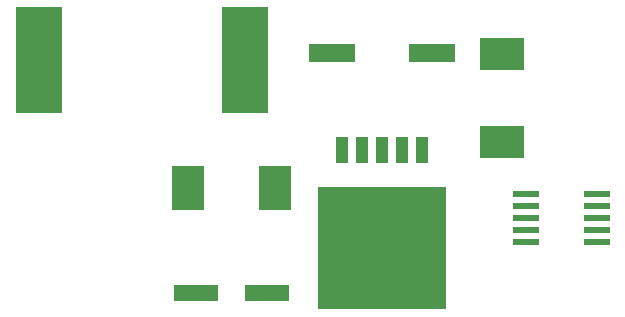
<source format=gtp>
G75*
%MOIN*%
%OFA0B0*%
%FSLAX24Y24*%
%IPPOS*%
%LPD*%
%AMOC8*
5,1,8,0,0,1.08239X$1,22.5*
%
%ADD10R,0.0866X0.0236*%
%ADD11R,0.4252X0.4098*%
%ADD12R,0.0420X0.0850*%
%ADD13R,0.1496X0.1102*%
%ADD14R,0.1535X0.0630*%
%ADD15R,0.1496X0.0551*%
%ADD16R,0.1575X0.3543*%
%ADD17R,0.1102X0.1496*%
D10*
X018499Y004393D03*
X018499Y004786D03*
X018499Y005180D03*
X018499Y005574D03*
X018499Y005967D03*
X020861Y005967D03*
X020861Y005574D03*
X020861Y005180D03*
X020861Y004786D03*
X020861Y004393D03*
D11*
X013680Y004180D03*
D12*
X013680Y007460D03*
X014350Y007460D03*
X015020Y007460D03*
X013010Y007460D03*
X012340Y007460D03*
D13*
X017680Y007723D03*
X017680Y010637D03*
D14*
X015353Y010680D03*
X012007Y010680D03*
D15*
X007499Y002680D03*
X009861Y002680D03*
D16*
X009113Y010430D03*
X002239Y010430D03*
D17*
X007223Y006180D03*
X010137Y006180D03*
M02*

</source>
